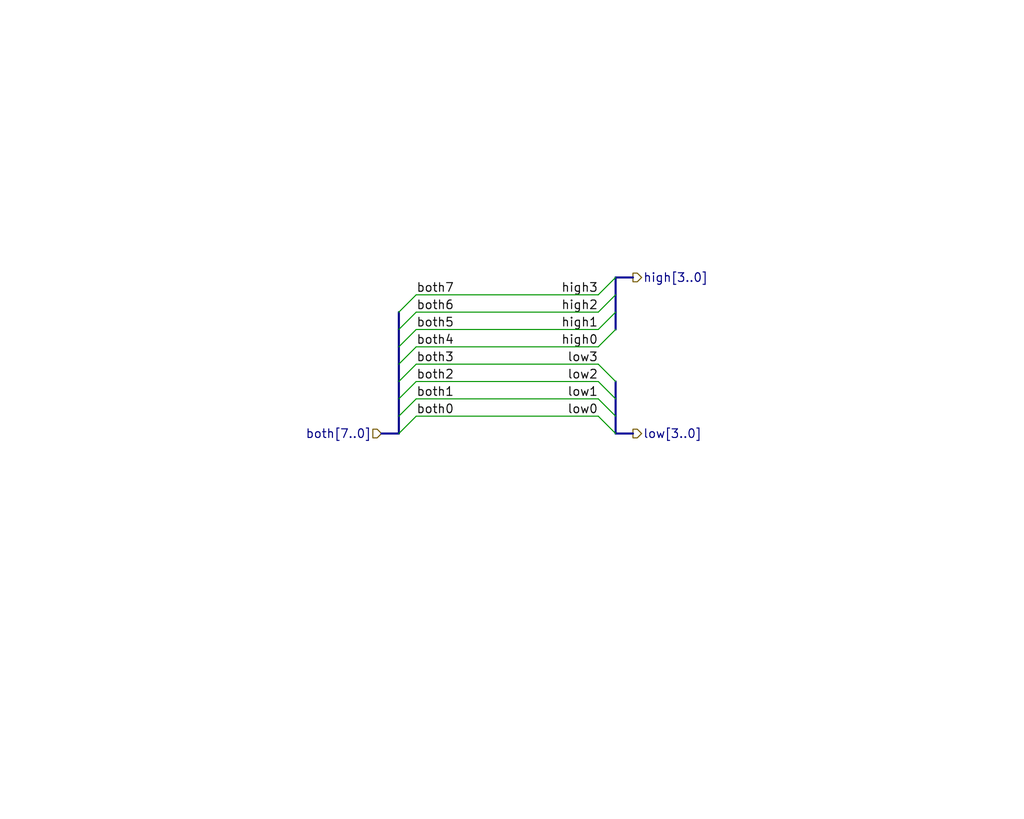
<source format=kicad_sch>
(kicad_sch (version 20211123) (generator eeschema)
  (paper "User" 150.012 119.99)
  (lib_symbols)
  (bus_entry (at 90.17 58.42) (size -2.54 -2.54))
  (bus_entry (at 90.17 55.88) (size -2.54 -2.54))
  (bus_entry (at 58.42 53.34) (size 2.54 -2.54))
  (bus_entry (at 58.42 60.96) (size 2.54 -2.54))
  (bus_entry (at 58.42 55.88) (size 2.54 -2.54))
  (bus_entry (at 90.17 63.5) (size -2.54 -2.54))
  (bus_entry (at 90.17 48.26) (size -2.54 2.54))
  (bus_entry (at 58.42 63.5) (size 2.54 -2.54))
  (bus_entry (at 58.42 58.42) (size 2.54 -2.54))
  (bus_entry (at 90.17 40.64) (size -2.54 2.54))
  (bus_entry (at 58.42 45.72) (size 2.54 -2.54))
  (bus_entry (at 58.42 48.26) (size 2.54 -2.54))
  (bus_entry (at 58.42 50.8) (size 2.54 -2.54))
  (bus_entry (at 90.17 45.72) (size -2.54 2.54))
  (bus_entry (at 90.17 60.96) (size -2.54 -2.54))
  (bus_entry (at 90.17 43.18) (size -2.54 2.54))
  (bus (pts (xy 90.17 58.42) (xy 90.17 60.96)))
  (wire (pts (xy 60.96 53.34) (xy 87.63 53.34)))
  (bus (pts (xy 58.42 48.26) (xy 58.42 50.8)))
  (bus (pts (xy 90.17 45.72) (xy 90.17 48.26)))
  (wire (pts (xy 60.96 55.88) (xy 87.63 55.88)))
  (bus (pts (xy 58.42 50.8) (xy 58.42 53.34)))
  (wire (pts (xy 60.96 43.18) (xy 87.63 43.18)))
  (bus (pts (xy 90.17 60.96) (xy 90.17 63.5)))
  (wire (pts (xy 60.96 45.72) (xy 87.63 45.72)))
  (wire (pts (xy 60.96 58.42) (xy 87.63 58.42)))
  (wire (pts (xy 60.96 60.96) (xy 87.63 60.96)))
  (wire (pts (xy 60.96 50.8) (xy 87.63 50.8)))
  (bus (pts (xy 58.42 58.42) (xy 58.42 60.96)))
  (bus (pts (xy 58.42 53.34) (xy 58.42 55.88)))
  (bus (pts (xy 58.42 45.72) (xy 58.42 48.26)))
  (bus (pts (xy 58.42 60.96) (xy 58.42 63.5)))
  (bus (pts (xy 90.17 63.5) (xy 92.71 63.5)))
  (bus (pts (xy 90.17 43.18) (xy 90.17 45.72)))
  (bus (pts (xy 58.42 55.88) (xy 58.42 58.42)))
  (bus (pts (xy 55.88 63.5) (xy 58.42 63.5)))
  (bus (pts (xy 90.17 55.88) (xy 90.17 58.42)))
  (bus (pts (xy 90.17 40.64) (xy 92.71 40.64)))
  (bus (pts (xy 90.17 40.64) (xy 90.17 43.18)))
  (wire (pts (xy 60.96 48.26) (xy 87.63 48.26)))
  (label "both3" (at 60.96 53.34 0))
  (label "both5" (at 60.96 48.26 0))
  (label "both7" (at 60.96 43.18 0))
  (label "both1" (at 60.96 58.42 0))
  (label "low1" (at 87.63 58.42 180))
  (label "low0" (at 87.63 60.96 180))
  (label "both4" (at 60.96 50.8 0))
  (label "high2" (at 87.63 45.72 180))
  (label "low2" (at 87.63 55.88 180))
  (label "both0" (at 60.96 60.96 0))
  (label "both6" (at 60.96 45.72 0))
  (label "both2" (at 60.96 55.88 0))
  (label "high1" (at 87.63 48.26 180))
  (label "high3" (at 87.63 43.18 180))
  (label "high0" (at 87.63 50.8 180))
  (label "low3" (at 87.63 53.34 180))
  (hierarchical_label "low[3..0]" (shape output) (at 92.71 63.5 0))
  (hierarchical_label "high[3..0]" (shape output) (at 92.71 40.64 0))
  (hierarchical_label "both[7..0]" (shape input) (at 55.88 63.5 180))
)
</source>
